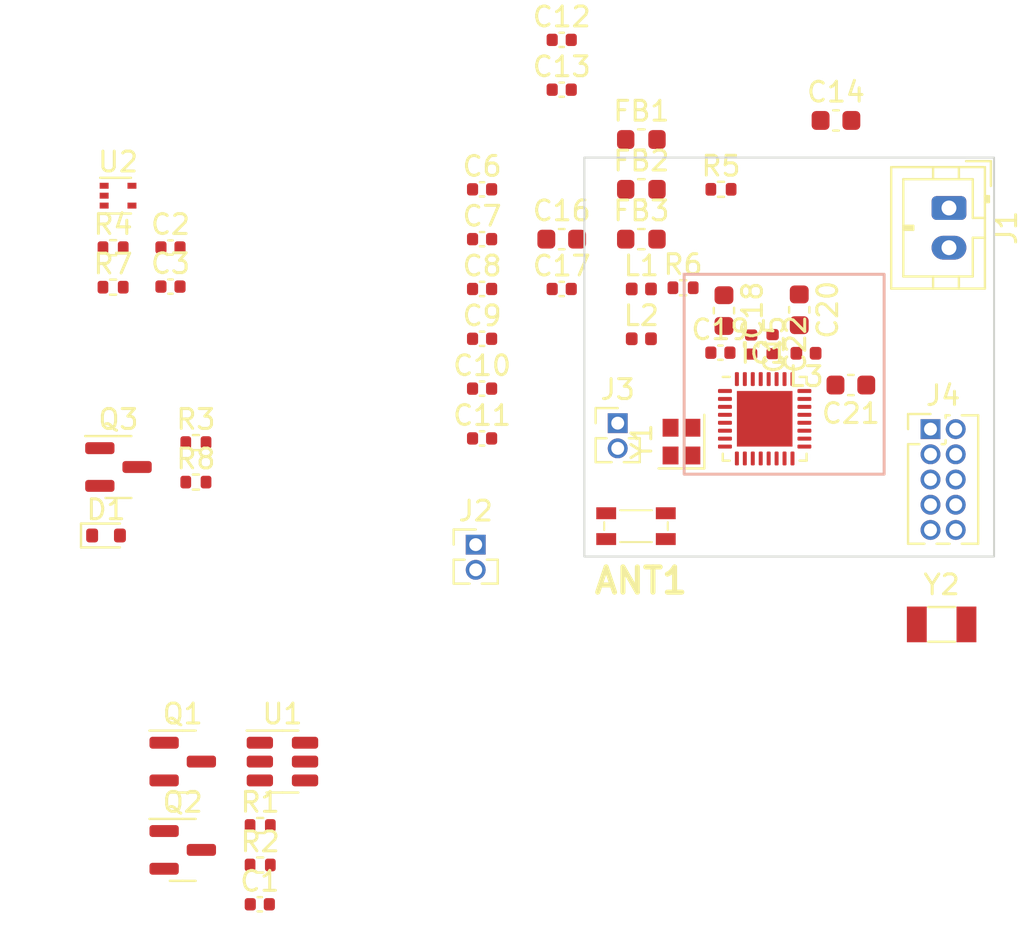
<source format=kicad_pcb>
(kicad_pcb (version 20221018) (generator pcbnew)
  (layers (0 "F.Cu" signal) (31 "B.Cu" signal) (34 "B.Paste" user) (35 "F.Paste" user) (36 "B.SilkS" user "B.Silkscreen") (37 "F.SilkS" user "F.Silkscreen") (38 "B.Mask" user) (39 "F.Mask" user) (44 "Edge.Cuts" user))
  (net 0 "")
  (net 1 "Net-(ANT1-FEED)")
  (net 2 "GND")
  (net 3 "-BATT")
  (net 4 "+BATT")
  (net 5 "Net-(D1-K)")
  (net 6 "+3.3V")
  (net 7 "Net-(IC1B-RF2G4_IO)")
  (net 8 "Net-(C7-Pad2)")
  (net 9 "Net-(C8-Pad2)")
  (net 10 "Net-(IC1B-PAVDD)")
  (net 11 "Net-(IC1B-RFVDD)")
  (net 12 "Net-(IC1A-AVDD)")
  (net 13 "VDC")
  (net 14 "VD")
  (net 15 "Net-(IC1A-DECOUPLE)")
  (net 16 "VPP")
  (net 23 "Net-(IC1B-HFXTAL_I)")
  (net 24 "Net-(IC1B-HFXTAL_O)")
  (net 25 "/~{RST}")
  (net 30 "/SWCLK")
  (net 31 "/SWDIO")
  (net 32 "/USR1")
  (net 33 "/USR2")
  (net 34 "Net-(IC1A-VREGSW)")
  (net 35 "Net-(IC1C-PD01)")
  (net 36 "Net-(IC1C-PD00)")
  (net 37 "/SWO")
  (net 41 "Net-(Q1-G)")
  (net 42 "Net-(Q1-D)")
  (net 43 "Net-(Q2-G)")
  (net 44 "Net-(Q3-D)")
  (net 45 "Net-(U1-VM)")
  (net 46 "Net-(U1-VDD)")
  (net 47 "Net-(U2-CTRL)")
  (footprint "Capacitor_SMD:C_0603_1608Metric" (layer "F.Cu") (at 90.18 70.89)
    (fp_text reference "C16" (at 0 -1.43) (layer "F.SilkS"))
    (fp_text value "10u")
    (fp_line (start -0.14058 -0.51) (end 0.14058 -0.51) (stroke (width 0.12)) (layer "F.SilkS"))
    (fp_line (start -0.14058 0.51) (end 0.14058 0.51) (stroke (width 0.12)) (layer "F.SilkS"))
    (pad "1" smd roundrect (at -0.775 0) (size 0.9 0.95) (layers "F.Cu" "F.Paste" "F.Mask") (net 2 "GND"))
    (pad "2" smd roundrect (at 0.775 0) (size 0.9 0.95) (layers "F.Cu" "F.Paste" "F.Mask") (net 13 "VDC"))
  )
  (footprint "Resistor_SMD:R_0402_1005Metric" (layer "F.Cu") (at 74.9975 100.43)
    (fp_text reference "R1" (at 0 -1.17) (layer "F.SilkS"))
    (fp_text value "2k7")
    (fp_line (start -0.153641 -0.38) (end 0.153641 -0.38) (stroke (width 0.12)) (layer "F.SilkS"))
    (fp_line (start -0.153641 0.38) (end 0.153641 0.38) (stroke (width 0.12)) (layer "F.SilkS"))
    (pad "1" smd roundrect (at -0.51 0) (size 0.54 0.64) (layers "F.Cu" "F.Paste" "F.Mask") (net 45 "Net-(U1-VM)"))
    (pad "2" smd roundrect (at 0.51 0) (size 0.54 0.64) (layers "F.Cu" "F.Paste" "F.Mask") (net 2 "GND"))
  )
  (footprint "Resistor_SMD:R_0402_1005Metric" (layer "F.Cu") (at 74.9975 102.42)
    (fp_text reference "R2" (at 0 -1.17) (layer "F.SilkS"))
    (fp_text value "330R")
    (fp_line (start -0.153641 -0.38) (end 0.153641 -0.38) (stroke (width 0.12)) (layer "F.SilkS"))
    (fp_line (start -0.153641 0.38) (end 0.153641 0.38) (stroke (width 0.12)) (layer "F.SilkS"))
    (pad "1" smd roundrect (at -0.51 0) (size 0.54 0.64) (layers "F.Cu" "F.Paste" "F.Mask") (net 46 "Net-(U1-VDD)"))
    (pad "2" smd roundrect (at 0.51 0) (size 0.54 0.64) (layers "F.Cu" "F.Paste" "F.Mask") (net 4 "+BATT"))
  )
  (footprint "Capacitor_SMD:C_0402_1005Metric" (layer "F.Cu") (at 70.48 71.31)
    (fp_text reference "C2" (at 0 -1.16) (layer "F.SilkS"))
    (fp_text value "0.1u")
    (fp_line (start -0.107836 -0.36) (end 0.107836 -0.36) (stroke (width 0.12)) (layer "F.SilkS"))
    (fp_line (start -0.107836 0.36) (end 0.107836 0.36) (stroke (width 0.12)) (layer "F.SilkS"))
    (pad "1" smd roundrect (at -0.48 0) (size 0.56 0.62) (layers "F.Cu" "F.Paste" "F.Mask") (net 2 "GND"))
    (pad "2" smd roundrect (at 0.48 0) (size 0.56 0.62) (layers "F.Cu" "F.Paste" "F.Mask") (net 5 "Net-(D1-K)"))
  )
  (footprint "Capacitor_SMD:C_0603_1608Metric" (layer "F.Cu") (at 104.74 78.24 180)
    (fp_text reference "C21" (at 0 -1.43) (layer "F.SilkS"))
    (fp_text value "1u")
    (fp_line (start -0.14058 -0.51) (end 0.14058 -0.51) (stroke (width 0.12)) (layer "F.SilkS"))
    (fp_line (start -0.14058 0.51) (end 0.14058 0.51) (stroke (width 0.12)) (layer "F.SilkS"))
    (pad "1" smd roundrect (at -0.775 0 180) (size 0.9 0.95) (layers "F.Cu" "F.Paste" "F.Mask") (net 2 "GND"))
    (pad "2" smd roundrect (at 0.775 0 180) (size 0.9 0.95) (layers "F.Cu" "F.Paste" "F.Mask") (net 15 "Net-(IC1A-DECOUPLE)"))
  )
  (footprint "Connector_PinHeader_1.27mm:PinHeader_2x05_P1.27mm_Vertical" (layer "F.Cu") (at 108.75 80.46)
    (fp_text reference "J4" (at 0.635 -1.695) (layer "F.SilkS"))
    (fp_text value "SWD_PROG")
    (fp_line (start -1.13 -0.76) (end 0 -0.76) (stroke (width 0.12)) (layer "F.SilkS"))
    (fp_line (start -1.13 0) (end -1.13 -0.76) (stroke (width 0.12)) (layer "F.SilkS"))
    (fp_line (start -1.13 0.76) (end -1.13 5.775) (stroke (width 0.12)) (layer "F.SilkS"))
    (fp_line (start -1.13 0.76) (end -0.563471 0.76) (stroke (width 0.12)) (layer "F.SilkS"))
    (fp_line (start -1.13 5.775) (end -0.30753 5.775) (stroke (width 0.12)) (layer "F.SilkS"))
    (fp_line (start 0.30753 5.775) (end 0.96247 5.775) (stroke (width 0.12)) (layer "F.SilkS"))
    (fp_line (start 0.563471 0.76) (end 0.706529 0.76) (stroke (width 0.12)) (layer "F.SilkS"))
    (fp_line (start 0.76 -0.695) (end 0.96247 -0.695) (stroke (width 0.12)) (layer "F.SilkS"))
    (fp_line (start 0.76 -0.563471) (end 0.76 -0.695) (stroke (width 0.12)) (layer "F.SilkS"))
    (fp_line (start 0.76 0.706529) (end 0.76 0.563471) (stroke (width 0.12)) (layer "F.SilkS"))
    (fp_line (start 1.57753 -0.695) (end 2.4 -0.695) (stroke (width 0.12)) (layer "F.SilkS"))
    (fp_line (start 1.57753 5.775) (end 2.4 5.775) (stroke (width 0.12)) (layer "F.SilkS"))
    (fp_line (start 2.4 -0.695) (end 2.4 5.775) (stroke (width 0.12)) (layer "F.SilkS"))
    (pad "1" thru_hole rect (at 0 0) (size 1 1) (drill 0.65) (layers "*.Cu" "*.Mask") (net 6 "+3.3V"))
    (pad "2" thru_hole oval (at 1.27 0) (size 1 1) (drill 0.65) (layers "*.Cu" "*.Mask") (net 31 "/SWDIO"))
    (pad "3" thru_hole oval (at 0 1.27) (size 1 1) (drill 0.65) (layers "*.Cu" "*.Mask") (net 2 "GND"))
    (pad "4" thru_hole oval (at 1.27 1.27) (size 1 1) (drill 0.65) (layers "*.Cu" "*.Mask") (net 30 "/SWCLK"))
    (pad "5" thru_hole oval (at 0 2.54) (size 1 1) (drill 0.65) (layers "*.Cu" "*.Mask") (net 2 "GND"))
    (pad "6" thru_hole oval (at 1.27 2.54) (size 1 1) (drill 0.65) (layers "*.Cu" "*.Mask") (net 37 "/SWO"))
    (pad "7" thru_hole oval (at 0 3.81) (size 1 1) (drill 0.65) (layers "*.Cu" "*.Mask"))
    (pad "8" thru_hole oval (at 1.27 3.81) (size 1 1) (drill 0.65) (layers "*.Cu" "*.Mask"))
    (pad "9" thru_hole oval (at 0 5.08) (size 1 1) (drill 0.65) (layers "*.Cu" "*.Mask"))
    (pad "10" thru_hole oval (at 1.27 5.08) (size 1 1) (drill 0.65) (layers "*.Cu" "*.Mask") (net 25 "/~{RST}"))
  )
  (footprint "Resistor_SMD:R_0402_1005Metric" (layer "F.Cu") (at 67.59 71.32)
    (fp_text reference "R4" (at 0 -1.17) (layer "F.SilkS"))
    (fp_text value "4k7")
    (fp_line (start -0.153641 -0.38) (end 0.153641 -0.38) (stroke (width 0.12)) (layer "F.SilkS"))
    (fp_line (start -0.153641 0.38) (end 0.153641 0.38) (stroke (width 0.12)) (layer "F.SilkS"))
    (pad "1" smd roundrect (at -0.51 0) (size 0.54 0.64) (layers "F.Cu" "F.Paste" "F.Mask") (net 5 "Net-(D1-K)"))
    (pad "2" smd roundrect (at 0.51 0) (size 0.54 0.64) (layers "F.Cu" "F.Paste" "F.Mask") (net 47 "Net-(U2-CTRL)"))
  )
  (footprint "Resistor_SMD:R_0402_1005Metric" (layer "F.Cu") (at 96.29 73.34)
    (fp_text reference "R6" (at 0 -1.17) (layer "F.SilkS"))
    (fp_text value "0R")
    (fp_line (start -0.153641 -0.38) (end 0.153641 -0.38) (stroke (width 0.12)) (layer "F.SilkS"))
    (fp_line (start -0.153641 0.38) (end 0.153641 0.38) (stroke (width 0.12)) (layer "F.SilkS"))
    (pad "1" smd roundrect (at -0.51 0) (size 0.54 0.64) (layers "F.Cu" "F.Paste" "F.Mask") (net 14 "VD"))
    (pad "2" smd roundrect (at 0.51 0) (size 0.54 0.64) (layers "F.Cu" "F.Paste" "F.Mask") (net 13 "VDC"))
  )
  (footprint "Capacitor_SMD:C_0402_1005Metric" (layer "F.Cu") (at 100.8 76.18 -90)
    (fp_text reference "C22" (at 0 -1.16 90) (layer "F.SilkS"))
    (fp_text value "0.1u")
    (fp_line (start -0.107836 -0.36) (end 0.107836 -0.36) (stroke (width 0.12)) (layer "F.SilkS"))
    (fp_line (start -0.107836 0.36) (end 0.107836 0.36) (stroke (width 0.12)) (layer "F.SilkS"))
    (pad "1" smd roundrect (at -0.48 0 270) (size 0.56 0.62) (layers "F.Cu" "F.Paste" "F.Mask") (net 2 "GND"))
    (pad "2" smd roundrect (at 0.48 0 270) (size 0.56 0.62) (layers "F.Cu" "F.Paste" "F.Mask") (net 13 "VDC"))
  )
  (footprint "Capacitor_SMD:C_0402_1005Metric" (layer "F.Cu") (at 90.18 73.4)
    (fp_text reference "C17" (at 0 -1.16) (layer "F.SilkS"))
    (fp_text value "10n")
    (fp_line (start -0.107836 -0.36) (end 0.107836 -0.36) (stroke (width 0.12)) (layer "F.SilkS"))
    (fp_line (start -0.107836 0.36) (end 0.107836 0.36) (stroke (width 0.12)) (layer "F.SilkS"))
    (pad "1" smd roundrect (at -0.48 0) (size 0.56 0.62) (layers "F.Cu" "F.Paste" "F.Mask") (net 2 "GND"))
    (pad "2" smd roundrect (at 0.48 0) (size 0.56 0.62) (layers "F.Cu" "F.Paste" "F.Mask") (net 13 "VDC"))
  )
  (footprint "RF_Antenna:2450AT18D0100E" (layer "F.Cu") (at 93.92 85.35 180)
    (fp_text reference "ANT1" (at -0.25 -2.75) (layer "F.SilkS") (effects (font (size 1.27 1.27) (thickness 0.254))))
    (fp_text value "Antenna_Chip_4P" hide)
    (fp_line (start -1.6 -0.2) (end -1.6 0.2) (stroke (width 0.1)) (layer "F.SilkS"))
    (fp_line (start -0.8 -0.8) (end 0.8 -0.8) (stroke (width 0.1)) (layer "F.SilkS"))
    (fp_line (start -0.8 0.8) (end 0.8 0.8) (stroke (width 0.1)) (layer "F.SilkS"))
    (fp_line (start 1.6 -0.2) (end 1.6 0.2) (stroke (width 0.1)) (layer "F.SilkS"))
    (pad "1" smd rect (at -1.5 0.65 270) (size 0.6 1) (layers "F.Cu" "F.Paste" "F.Mask") (net 1 "Net-(ANT1-FEED)"))
    (pad "2" smd rect (at 1.5 0.65 270) (size 0.6 1) (layers "F.Cu" "F.Paste" "F.Mask") (net 2 "GND"))
    (pad "3" smd rect (at 1.5 -0.65 270) (size 0.6 1) (layers "F.Cu" "F.Paste" "F.Mask") (net 2 "GND"))
    (pad "4" smd rect (at -1.5 -0.65 270) (size 0.6 1) (layers "F.Cu" "F.Paste" "F.Mask") (net 2 "GND"))
  )
  (footprint "Connector_PinHeader_1.27mm:PinHeader_1x02_P1.27mm_Vertical" (layer "F.Cu") (at 85.85 86.28)
    (fp_text reference "J2" (at 0 -1.695) (layer "F.SilkS"))
    (fp_text value "Conn_01x02_Pin")
    (fp_line (start -1.11 -0.76) (end 0 -0.76) (stroke (width 0.12)) (layer "F.SilkS"))
    (fp_line (start -1.11 0) (end -1.11 -0.76) (stroke (width 0.12)) (layer "F.SilkS"))
    (fp_line (start -1.11 0.76) (end -1.11 1.965) (stroke (width 0.12)) (layer "F.SilkS"))
    (fp_line (start -1.11 0.76) (end -0.563471 0.76) (stroke (width 0.12)) (layer "F.SilkS"))
    (fp_line (start -1.11 1.965) (end -0.30753 1.965) (stroke (width 0.12)) (layer "F.SilkS"))
    (fp_line (start 0.30753 1.965) (end 1.11 1.965) (stroke (width 0.12)) (layer "F.SilkS"))
    (fp_line (start 0.563471 0.76) (end 1.11 0.76) (stroke (width 0.12)) (layer "F.SilkS"))
    (fp_line (start 1.11 0.76) (end 1.11 1.965) (stroke (width 0.12)) (layer "F.SilkS"))
    (pad "1" thru_hole rect (at 0 0) (size 1 1) (drill 0.65) (layers "*.Cu" "*.Mask") (net 14 "VD"))
    (pad "2" thru_hole oval (at 0 1.27) (size 1 1) (drill 0.65) (layers "*.Cu" "*.Mask") (net 32 "/USR1"))
  )
  (footprint "Capacitor_SMD:C_0402_1005Metric" (layer "F.Cu") (at 98.17 76.61)
    (fp_text reference "C19" (at 0 -1.16) (layer "F.SilkS"))
    (fp_text value "10n")
    (fp_line (start -0.107836 -0.36) (end 0.107836 -0.36) (stroke (width 0.12)) (layer "F.SilkS"))
    (fp_line (start -0.107836 0.36) (end 0.107836 0.36) (stroke (width 0.12)) (layer "F.SilkS"))
    (pad "1" smd roundrect (at -0.48 0) (size 0.56 0.62) (layers "F.Cu" "F.Paste" "F.Mask") (net 2 "GND"))
    (pad "2" smd roundrect (at 0.48 0) (size 0.56 0.62) (layers "F.Cu" "F.Paste" "F.Mask") (net 14 "VD"))
  )
  (footprint "Package_TO_SOT_SMD:SOT-23" (layer "F.Cu") (at 67.86 82.37)
    (fp_text reference "Q3" (at 0 -2.4) (layer "F.SilkS"))
    (fp_text value "BSS84")
    (fp_line (start 0 -1.56) (end -1.675 -1.56) (stroke (width 0.12)) (layer "F.SilkS"))
    (fp_line (start 0 -1.56) (end 0.65 -1.56) (stroke (width 0.12)) (layer "F.SilkS"))
    (fp_line (start 0 1.56) (end -0.65 1.56) (stroke (width 0.12)) (layer "F.SilkS"))
    (fp_line (start 0 1.56) (end 0.65 1.56) (stroke (width 0.12)) (layer "F.SilkS"))
    (pad "1" smd roundrect (at -0.9375 -0.95) (size 1.475 0.6) (layers "F.Cu" "F.Paste" "F.Mask") (net 16 "VPP"))
    (pad "2" smd roundrect (at -0.9375 0.95) (size 1.475 0.6) (layers "F.Cu" "F.Paste" "F.Mask") (net 5 "Net-(D1-K)"))
    (pad "3" smd roundrect (at 0.9375 0) (size 1.475 0.6) (layers "F.Cu" "F.Paste" "F.Mask") (net 44 "Net-(Q3-D)"))
  )
  (footprint "Package_TO_SOT_SMD:SOT-553" (layer "F.Cu") (at 67.84 68.7)
    (fp_text reference "U2" (at 0 -1.7) (layer "F.SilkS"))
    (fp_text value "TCR2LF33")
    (fp_line (start -0.9 -0.9) (end 0.65 -0.9) (stroke (width 0.12)) (layer "F.SilkS"))
    (fp_line (start 0.65 0.9) (end -0.65 0.9) (stroke (width 0.12)) (layer "F.SilkS"))
    (pad "1" smd rect (at -0.7 -0.5) (size 0.45 0.3) (layers "F.Cu" "F.Paste" "F.Mask") (net 5 "Net-(D1-K)"))
    (pad "2" smd rect (at -0.7 0) (size 0.45 0.3) (layers "F.Cu" "F.Paste" "F.Mask") (net 2 "GND"))
    (pad "3" smd rect (at -0.7 0.5) (size 0.45 0.3) (layers "F.Cu" "F.Paste" "F.Mask") (net 47 "Net-(U2-CTRL)"))
    (pad "4" smd rect (at 0.7 0.5) (size 0.45 0.3) (layers "F.Cu" "F.Paste" "F.Mask"))
    (pad "5" smd rect (at 0.7 -0.5) (size 0.45 0.3) (layers "F.Cu" "F.Paste" "F.Mask") (net 6 "+3.3V"))
  )
  (footprint "Capacitor_SMD:C_0603_1608Metric" (layer "F.Cu") (at 103.99 64.91)
    (fp_text reference "C14" (at 0 -1.43) (layer "F.SilkS"))
    (fp_text value "10u")
    (fp_line (start -0.14058 -0.51) (end 0.14058 -0.51) (stroke (width 0.12)) (layer "F.SilkS"))
    (fp_line (start -0.14058 0.51) (end 0.14058 0.51) (stroke (width 0.12)) (layer "F.SilkS"))
    (pad "1" smd roundrect (at -0.775 0) (size 0.9 0.95) (layers "F.Cu" "F.Paste" "F.Mask") (net 2 "GND"))
    (pad "2" smd roundrect (at 0.775 0) (size 0.9 0.95) (layers "F.Cu" "F.Paste" "F.Mask") (net 12 "Net-(IC1A-AVDD)"))
  )
  (footprint "Crystal:Crystal_SMD_2016-4Pin_2.0x1.6mm" (layer "F.Cu") (at 96.21 81.09 90)
    (fp_text reference "Y1" (at 0 -2 90) (layer "F.SilkS"))
    (fp_text value "38.4MHz")
    (fp_line (start -1.35 -1.15) (end -1.35 1.15) (stroke (width 0.12)) (layer "F.SilkS"))
    (fp_line (start -1.35 1.15) (end 1.35 1.15) (stroke (width 0.12)) (layer "F.SilkS"))
    (pad "1" smd rect (at -0.7 0.55 90) (size 0.9 0.8) (layers "F.Cu" "F.Paste" "F.Mask") (net 24 "Net-(IC1B-HFXTAL_O)"))
    (pad "2" smd rect (at 0.7 0.55 90) (size 0.9 0.8) (layers "F.Cu" "F.Paste" "F.Mask") (net 2 "GND"))
    (pad "3" smd rect (at 0.7 -0.55 90) (size 0.9 0.8) (layers "F.Cu" "F.Paste" "F.Mask") (net 23 "Net-(IC1B-HFXTAL_I)"))
    (pad "4" smd rect (at -0.7 -0.55 90) (size 0.9 0.8) (layers "F.Cu" "F.Paste" "F.Mask") (net 2 "GND"))
  )
  (footprint "Capacitor_SMD:C_0603_1608Metric" (layer "F.Cu") (at 98.35 74.49 -90)
    (fp_text reference "C18" (at 0 -1.43 90) (layer "F.SilkS"))
    (fp_text value "1u")
    (fp_line (start -0.14058 -0.51) (end 0.14058 -0.51) (stroke (width 0.12)) (layer "F.SilkS"))
    (fp_line (start -0.14058 0.51) (end 0.14058 0.51) (stroke (width 0.12)) (layer "F.SilkS"))
    (pad "1" smd roundrect (at -0.775 0 270) (size 0.9 0.95) (layers "F.Cu" "F.Paste" "F.Mask") (net 2 "GND"))
    (pad "2" smd roundrect (at 0.775 0 270) (size 0.9 0.95) (layers "F.Cu" "F.Paste" "F.Mask") (net 14 "VD"))
  )
  (footprint "Diode_SMD:D_SOD-523" (layer "F.Cu") (at 67.235 85.82)
    (fp_text reference "D1" (at 0 -1.3) (layer "F.SilkS"))
    (fp_text value "RB520S30T1G")
    (fp_line (start -1.26 -0.6) (end -1.26 0.6) (stroke (width 0.12)) (layer "F.SilkS"))
    (fp_line (start 0.7 -0.6) (end -1.26 -0.6) (stroke (width 0.12)) (layer "F.SilkS"))
    (fp_line (start 0.7 0.6) (end -1.26 0.6) (stroke (width 0.12)) (layer "F.SilkS"))
    (pad "1" smd roundrect (at -0.7 0 180) (size 0.6 0.7) (layers "F.Cu" "F.Paste" "F.Mask") (net 5 "Net-(D1-K)"))
    (pad "2" smd roundrect (at 0.7 0 180) (size 0.6 0.7) (layers "F.Cu" "F.Paste" "F.Mask") (net 16 "VPP"))
  )
  (footprint "Capacitor_SMD:C_0402_1005Metric" (layer "F.Cu") (at 86.17 80.93)
    (fp_text reference "C11" (at 0 -1.16) (layer "F.SilkS"))
    (fp_text value "0.1u")
    (fp_line (start -0.107836 -0.36) (end 0.107836 -0.36) (stroke (width 0.12)) (layer "F.SilkS"))
    (fp_line (start -0.107836 0.36) (end 0.107836 0.36) (stroke (width 0.12)) (layer "F.SilkS"))
    (pad "1" smd roundrect (at -0.48 0) (size 0.56 0.62) (layers "F.Cu" "F.Paste" "F.Mask") (net 2 "GND"))
    (pad "2" smd roundrect (at 0.48 0) (size 0.56 0.62) (layers "F.Cu" "F.Paste" "F.Mask") (net 10 "Net-(IC1B-PAVDD)"))
  )
  (footprint "Resistor_SMD:R_0402_1005Metric" (layer "F.Cu") (at 71.76 81.14)
    (fp_text reference "R3" (at 0 -1.17) (layer "F.SilkS"))
    (fp_text value "4k7")
    (fp_line (start -0.153641 -0.38) (end 0.153641 -0.38) (stroke (width 0.12)) (layer "F.SilkS"))
    (fp_line (start -0.153641 0.38) (end 0.153641 0.38) (stroke (width 0.12)) (layer "F.SilkS"))
    (pad "1" smd roundrect (at -0.51 0) (size 0.54 0.64) (layers "F.Cu" "F.Paste" "F.Mask") (net 16 "VPP"))
    (pad "2" smd roundrect (at 0.51 0) (size 0.54 0.64) (layers "F.Cu" "F.Paste" "F.Mask") (net 2 "GND"))
  )
  (footprint "Inductor_SMD:L_0402_1005Metric" (layer "F.Cu") (at 94.19 75.91)
    (fp_text reference "L2" (at 0 -1.17) (layer "F.SilkS"))
    (fp_text value "1n5")
    (pad "1" smd roundrect (at -0.485 0) (size 0.59 0.64) (layers "F.Cu" "F.Paste" "F.Mask") (net 9 "Net-(C8-Pad2)"))
    (pad "2" smd roundrect (at 0.485 0) (size 0.59 0.64) (layers "F.Cu" "F.Paste" "F.Mask") (net 1 "Net-(ANT1-FEED)"))
  )
  (footprint "Capacitor_SMD:C_0402_1005Metric" (layer "F.Cu") (at 86.17 70.89)
    (fp_text reference "C7" (at 0 -1.16) (layer "F.SilkS"))
    (fp_text value "1p3")
    (fp_line (start -0.107836 -0.36) (end 0.107836 -0.36) (stroke (width 0.12)) (layer "F.SilkS"))
    (fp_line (start -0.107836 0.36) (end 0.107836 0.36) (stroke (width 0.12)) (layer "F.SilkS"))
    (pad "1" smd roundrect (at -0.48 0) (size 0.56 0.62) (layers "F.Cu" "F.Paste" "F.Mask") (net 2 "GND"))
    (pad "2" smd roundrect (at 0.48 0) (size 0.56 0.62) (layers "F.Cu" "F.Paste" "F.Mask") (net 8 "Net-(C7-Pad2)"))
  )
  (footprint "Inductor_SMD:L_0603_1608Metric" (layer "F.Cu") (at 94.19 65.87)
    (fp_text reference "FB1" (at 0 -1.43) (layer "F.SilkS"))
    (fp_text value "MMZ1608S202ATA00")
    (fp_line (start -0.162779 -0.51) (end 0.162779 -0.51) (stroke (width 0.12)) (layer "F.SilkS"))
    (fp_line (start -0.162779 0.51) (end 0.162779 0.51) (stroke (width 0.12)) (layer "F.SilkS"))
    (pad "1" smd roundrect (at -0.7875 0) (size 0.875 0.95) (layers "F.Cu" "F.Paste" "F.Mask") (net 13 "VDC"))
    (pad "2" smd roundrect (at 0.7875 0) (size 0.875 0.95) (layers "F.Cu" "F.Paste" "F.Mask") (net 10 "Net-(IC1B-PAVDD)"))
  )
  (footprint "Package_TO_SOT_SMD:SOT-23-6" (layer "F.Cu") (at 76.1175 97.21)
    (fp_text reference "U1" (at 0 -2.4) (layer "F.SilkS"))
    (fp_text value "AP9101CK6")
    (fp_line (start 0 -1.56) (end -1.8 -1.56) (stroke (width 0.12)) (layer "F.SilkS"))
    (fp_line (start 0 -1.56) (end 0.8 -1.56) (stroke (width 0.12)) (layer "F.SilkS"))
    (fp_line (start 0 1.56) (end -0.8 1.56) (stroke (width 0.12)) (layer "F.SilkS"))
    (fp_line (start 0 1.56) (end 0.8 1.56) (stroke (width 0.12)) (layer "F.SilkS"))
    (pad "1" smd roundrect (at -1.1375 -0.95) (size 1.325 0.6) (layers "F.Cu" "F.Paste" "F.Mask") (net 41 "Net-(Q1-G)"))
    (pad "2" smd roundrect (at -1.1375 0) (size 1.325 0.6) (layers "F.Cu" "F.Paste" "F.Mask") (net 45 "Net-(U1-VM)"))
    (pad "3" smd roundrect (at -1.1375 0.95) (size 1.325 0.6) (layers "F.Cu" "F.Paste" "F.Mask") (net 43 "Net-(Q2-G)"))
    (pad "4" smd roundrect (at 1.1375 0.95) (size 1.325 0.6) (layers "F.Cu" "F.Paste" "F.Mask"))
    (pad "5" smd roundrect (at 1.1375 0) (size 1.325 0.6) (layers "F.Cu" "F.Paste" "F.Mask") (net 46 "Net-(U1-VDD)"))
    (pad "6" smd roundrect (at 1.1375 -0.95) (size 1.325 0.6) (layers "F.Cu" "F.Paste" "F.Mask") (net 3 "-BATT"))
  )
  (footprint "Capacitor_SMD:C_0402_1005Metric" (layer "F.Cu") (at 86.17 73.4)
    (fp_text reference "C8" (at 0 -1.16) (layer "F.SilkS"))
    (fp_text value "1p5")
    (fp_line (start -0.107836 -0.36) (end 0.107836 -0.36) (stroke (width 0.12)) (layer "F.SilkS"))
    (fp_line (start -0.107836 0.36) (end 0.107836 0.36) (stroke (width 0.12)) (layer "F.SilkS"))
    (pad "1" smd roundrect (at -0.48 0) (size 0.56 0.62) (layers "F.Cu" "F.Paste" "F.Mask") (net 2 "GND"))
    (pad "2" smd roundrect (at 0.48 0) (size 0.56 0.62) (layers "F.Cu" "F.Paste" "F.Mask") (net 9 "Net-(C8-Pad2)"))
  )
  (footprint "Capacitor_SMD:C_0603_1608Metric" (layer "F.Cu") (at 102.14 74.45 -90)
    (fp_text reference "C20" (at 0 -1.43 90) (layer "F.SilkS"))
    (fp_text value "10u")
    (fp_line (start -0.14058 -0.51) (end 0.14058 -0.51) (stroke (width 0.12)) (layer "F.SilkS"))
    (fp_line (start -0.14058 0.51) (end 0.14058 0.51) (stroke (width 0.12)) (layer "F.SilkS"))
    (pad "1" smd roundrect (at -0.775 0 270) (size 0.9 0.95) (layers "F.Cu" "F.Paste" "F.Mask") (net 2 "GND"))
    (pad "2" smd roundrect (at 0.775 0 270) (size 0.9 0.95) (layers "F.Cu" "F.Paste" "F.Mask") (net 13 "VDC"))
  )
  (footprint "Capacitor_SMD:C_0402_1005Metric" (layer "F.Cu") (at 99.72 76.2 -90)
    (fp_text reference "C15" (at 0 -1.16 90) (layer "F.SilkS"))
    (fp_text value "10n")
    (fp_line (start -0.107836 -0.36) (end 0.107836 -0.36) (stroke (width 0.12)) (layer "F.SilkS"))
    (fp_line (start -0.107836 0.36) (end 0.107836 0.36) (stroke (width 0.12)) (layer "F.SilkS"))
    (pad "1" smd roundrect (at -0.48 0 270) (size 0.56 0.62) (layers "F.Cu" "F.Paste" "F.Mask") (net 2 "GND"))
    (pad "2" smd roundrect (at 0.48 0 270) (size 0.56 0.62) (layers "F.Cu" "F.Paste" "F.Mask") (net 12 "Net-(IC1A-AVDD)"))
  )
  (footprint "Capacitor_SMD:C_0402_1005Metric" (layer "F.Cu") (at 74.9775 104.4)
    (fp_text reference "C1" (at 0 -1.16) (layer "F.SilkS"))
    (fp_text value "0.1u")
    (fp_line (start -0.107836 -0.36) (end 0.107836 -0.36) (stroke (width 0.12)) (layer "F.SilkS"))
    (fp_line (start -0.107836 0.36) (end 0.107836 0.36) (stroke (width 0.12)) (layer "F.SilkS"))
    (pad "1" smd roundrect (at -0.48 0) (size 0.56 0.62) (layers "F.Cu" "F.Paste" "F.Mask") (net 3 "-BATT"))
    (pad "2" smd roundrect (at 0.48 0) (size 0.56 0.62) (layers "F.Cu" "F.Paste" "F.Mask") (net 4 "+BATT"))
  )
  (footprint "Capacitor_SMD:C_0402_1005Metric" (layer "F.Cu") (at 86.17 78.42)
    (fp_text reference "C10" (at 0 -1.16) (layer "F.SilkS"))
    (fp_text value "120p")
    (fp_line (start -0.107836 -0.36) (end 0.107836 -0.36) (stroke (width 0.12)) (layer "F.SilkS"))
    (fp_line (start -0.107836 0.36) (end 0.107836 0.36) (stroke (width 0.12)) (layer "F.SilkS"))
    (pad "1" smd roundrect (at -0.48 0) (size 0.56 0.62) (layers "F.Cu" "F.Paste" "F.Mask") (net 2 "GND"))
    (pad "2" smd roundrect (at 0.48 0) (size 0.56 0.62) (layers "F.Cu" "F.Paste" "F.Mask") (net 10 "Net-(IC1B-PAVDD)"))
  )
  (footprint "Resistor_SMD:R_0402_1005Metric" (layer "F.Cu") (at 98.2 68.38)
    (fp_text reference "R5" (at 0 -1.17) (layer "F.SilkS"))
    (fp_text value "0R")
    (fp_line (start -0.153641 -0.38) (end 0.153641 -0.38) (stroke (width 0.12)) (layer "F.SilkS"))
    (fp_line (start -0.153641 0.38) (end 0.153641 0.38) (stroke (width 0.12)) (layer "F.SilkS"))
    (pad "1" smd roundrect (at -0.51 0) (size 0.54 0.64) (layers "F.Cu" "F.Paste" "F.Mask") (net 6 "+3.3V"))
    (pad "2" smd roundrect (at 0.51 0) (size 0.54 0.64) (layers "F.Cu" "F.Paste" "F.Mask") (net 14 "VD"))
  )
  (footprint "Resistor_SMD:R_0402_1005Metric" (layer "F.Cu") (at 71.76 83.13)
    (fp_text reference "R8" (at 0 -1.17) (layer "F.SilkS"))
    (fp_text value "0R")
    (fp_line (start -0.153641 -0.38) (end 0.153641 -0.38) (stroke (width 0.12)) (layer "F.SilkS"))
    (fp_line (start -0.153641 0.38) (end 0.153641 0.38) (stroke (width 0.12)) (layer "F.SilkS"))
    (pad "1" smd roundrect (at -0.51 0) (size 0.54 0.64) (layers "F.Cu" "F.Paste" "F.Mask") (net 4 "+BATT"))
    (pad "2" smd roundrect (at 0.51 0) (size 0.54 0.64) (layers "F.Cu" "F.Paste" "F.Mask") (net 44 "Net-(Q3-D)"))
  )
  (footprint "Inductor_SMD:L_0402_1005Metric" (layer "F.Cu") (at 102.48 76.64 180)
    (fp_text reference "L3" (at 0 -1.17) (layer "F.SilkS"))
    (fp_text value "2u2")
    (pad "1" smd roundrect (at -0.485 0 180) (size 0.59 0.64) (layers "F.Cu" "F.Paste" "F.Mask") (net 34 "Net-(IC1A-VREGSW)"))
    (pad "2" smd roundrect (at 0.485 0 180) (size 0.59 0.64) (layers "F.Cu" "F.Paste" "F.Mask") (net 13 "VDC"))
  )
  (footprint "Inductor_SMD:L_0603_1608Metric" (layer "F.Cu") (at 94.19 68.38)
    (fp_text reference "FB2" (at 0 -1.43) (layer "F.SilkS"))
    (fp_text value "MMZ1608S202ATA00")
    (fp_line (start -0.162779 -0.51) (end 0.162779 -0.51) (stroke (width 0.12)) (layer "F.SilkS"))
    (fp_line (start -0.162779 0.51) (end 0.162779 0.51) (stroke (width 0.12)) (layer "F.SilkS"))
    (pad "1" smd roundrect (at -0.7875 0) (size 0.875 0.95) (layers "F.Cu" "F.Paste" "F.Mask") (net 13 "VDC"))
    (pad "2" smd roundrect (at 0.7875 0) (size 0.875 0.95) (layers "F.Cu" "F.Paste" "F.Mask") (net 11 "Net-(IC1B-RFVDD)"))
  )
  (footprint "Inductor_SMD:L_0603_1608Metric" (layer "F.Cu") (at 94.19 70.89)
    (fp_text reference "FB3" (at 0 -1.43) (layer "F.SilkS"))
    (fp_text value "MMZ1608S202ATA00")
    (fp_line (start -0.162779 -0.51) (end 0.162779 -0.51) (stroke (width 0.12)) (layer "F.SilkS"))
    (fp_line (start -0.162779 0.51) (end 0.162779 0.51) (stroke (width 0.12)) (layer "F.SilkS"))
    (pad "1" smd roundrect (at -0.7875 0) (size 0.875 0.95) (layers "F.Cu" "F.Paste" "F.Mask") (net 14 "VD"))
    (pad "2" smd roundrect (at 0.7875 0) (size 0.875 0.95) (layers "F.Cu" "F.Paste" "F.Mask") (net 12 "Net-(IC1A-AVDD)"))
  )
  (footprint "Capacitor_SMD:C_0402_1005Metric" (layer "F.Cu") (at 86.17 68.38)
    (fp_text reference "C6" (at 0 -1.16) (layer "F.SilkS"))
    (fp_text value "1p2")
    (fp_line (start -0.107836 -0.36) (end 0.107836 -0.36) (stroke (width 0.12)) (layer "F.SilkS"))
    (fp_line (start -0.107836 0.36) (end 0.107836 0.36) (stroke (width 0.12)) (layer "F.SilkS"))
    (pad "1" smd roundrect (at -0.48 0) (size 0.56 0.62) (layers "F.Cu" "F.Paste" "F.Mask") (net 2 "GND"))
    (pad "2" smd roundrect (at 0.48 0) (size 0.56 0.62) (layers "F.Cu" "F.Paste" "F.Mask") (net 7 "Net-(IC1B-RF2G4_IO)"))
  )
  (footprint "Crystal:Crystal_SMD_3215-2Pin_3.2x1.5mm" (layer "F.Cu") (at 109.31 90.3)
    (fp_text reference "Y2" (at 0 -2) (layer "F.SilkS"))
    (fp_text value "Crystal")
    (fp_line (start -0.675 -0.875) (end 0.675 -0.875) (stroke (width 0.12)) (layer "F.SilkS"))
    (fp_line (start -0.675 0.875) (end 0.675 0.875) (stroke (width 0.12)) (layer "F.SilkS"))
    (pad "1" smd rect (at 1.25 0) (size 1 1.8) (layers "F.Cu" "F.Paste" "F.Mask") (net 36 "Net-(IC1C-PD00)"))
    (pad "2" smd rect (at -1.25 0) (size 1 1.8) (layers "F.Cu" "F.Paste" "F.Mask") (net 35 "Net-(IC1C-PD01)"))
  )
  (footprint "Package_TO_SOT_SMD:SOT-23" (layer "F.Cu") (at 71.0975 101.66)
    (fp_text reference "Q2" (at 0 -2.4) (layer "F.SilkS"))
    (fp_text value "2N7002")
    (fp_line (start 0 -1.56) (end -1.675 -1.56) (stroke (width 0.12)) (layer "F.SilkS"))
    (fp_line (start 0 -1.56) (end 0.65 -1.56) (stroke (width 0.12)) (layer "F.SilkS"))
    (fp_line (start 0 1.56) (end -0.65 1.56) (stroke (width 0.12)) (layer "F.SilkS"))
    (fp_line (start 0 1.56) (end 0.65 1.56) (stroke (width 0.12)) (layer "F.SilkS"))
    (pad "1" smd roundrect (at -0.9375 -0.95) (size 1.475 0.6) (layers "F.Cu" "F.Paste" "F.Mask") (net 43 "Net-(Q2-G)"))
    (pad "2" smd roundrect (at -0.9375 0.95) (size 1.475 0.6) (layers "F.Cu" "F.Paste" "F.Mask") (net 2 "GND"))
    (pad "3" smd roundrect (at 0.9375 0) (size 1.475 0.6) (layers "F.Cu" "F.Paste" "F.Mask") (net 42 "Net-(Q1-D)"))
  )
  (footprint "Inductor_SMD:L_0402_1005Metric" (layer "F.Cu") (at 94.19 73.4)
    (fp_text reference "L1" (at 0 -1.17) (layer "F.SilkS"))
    (fp_text value "2n6")
    (pad "1" smd roundrect (at -0.485 0) (size 0.59 0.64) (layers "F.Cu" "F.Paste" "F.Mask") (net 7 "Net-(IC1B-RF2G4_IO)"))
    (pad "2" smd roundrect (at 0.485 0) (size 0.59 0.64) (layers "F.Cu" "F.Paste" "F.Mask") (net 8 "Net-(C7-Pad2)"))
  )
  (footprint "Package_TO_SOT_SMD:SOT-23" (layer "F.Cu") (at 71.0975 97.21)
    (fp_text reference "Q1" (at 0 -2.4) (layer "F.SilkS"))
    (fp_text value "2N7002")
    (fp_line (start 0 -1.56) (end -1.675 -1.56) (stroke (width 0.12)) (layer "F.SilkS"))
    (fp_line (start 0 -1.56) (end 0.65 -1.56) (stroke (width 0.12)) (layer "F.SilkS"))
    (fp_line (start 0 1.56) (end -0.65 1.56) (stroke (width 0.12)) (layer "F.SilkS"))
    (fp_line (start 0 1.56) (end 0.65 1.56) (stroke (width 0.12)) (layer "F.SilkS"))
    (pad "1" smd roundrect (at -0.9375 -0.95) (size 1.475 0.6) (layers "F.Cu" "F.Paste" "F.Mask") (net 41 "Net-(Q1-G)"))
    (pad "2" smd roundrect (at -0.9375 0.95) (size 1.475 0.6) (layers "F.Cu" "F.Paste" "F.Mask") (net 3 "-BATT"))
    (pad "3" smd roundrect (at 0.9375 0) (size 1.475 0.6) (layers "F.Cu" "F.Paste" "F.Mask") (net 42 "Net-(Q1-D)"))
  )
  (footprint "Package_DFN_QFN:QFN-32-1EP_4x4mm_P0.4mm_EP2.8x2.8mm" (layer "F.Cu") (at 100.4 79.94)
    (fp_text reference "IC1" (at 0 -3.3) (layer "F.SilkS"))
    (fp_text value "EFR32BG22C112F352GM32-CR")
    (fp_line (start -2.11 2.11) (end -2.11 1.76) (stroke (width 0.12)) (layer "F.SilkS"))
    (fp_line (start -1.76 -2.11) (end -2.11 -2.11) (stroke (width 0.12)) (layer "F.SilkS"))
    (fp_line (start -1.76 2.11) (end -2.11 2.11) (stroke (width 0.12)) (layer "F.SilkS"))
    (fp_line (start 1.76 -2.11) (end 2.11 -2.11) (stroke (width 0.12)) (layer "F.SilkS"))
    (fp_line (start 1.76 2.11) (end 2.11 2.11) (stroke (width 0.12)) (layer "F.SilkS"))
    (fp_line (start 2.11 -2.11) (end 2.11 -1.76) (stroke (width 0.12)) (layer "F.SilkS"))
    (fp_line (start 2.11 2.11) (end 2.11 1.76) (stroke (width 0.12)) (layer "F.SilkS"))
    (pad "1" smd roundrect (at -2 -1.4) (size 0.7 0.2) (layers "F.Cu" "F.Paste" "F.Mask"))
    (pad "2" smd roundrect (at -2 -1) (size 0.7 0.2) (layers "F.Cu" "F.Paste" "F.Mask"))
    (pad "3" smd roundrect (at -2 -0.6) (size 0.7 0.2) (layers "F.Cu" "F.Paste" "F.Mask"))
    (pad "4" smd roundrect (at -2 -0.2) (size 0.7 0.2) (layers "F.Cu" "F.Paste" "F.Mask"))
    (pad "5" smd roundrect (at -2 0.2) (size 0.7 0.2) (layers "F.Cu" "F.Paste" "F.Mask"))
    (pad "6" smd roundrect (at -2 0.6) (size 0.7 0.2) (layers "F.Cu" "F.Paste" "F.Mask"))
    (pad "7" smd roundrect (at -2 1) (size 0.7 0.2) (layers "F.Cu" "F.Paste" "F.Mask") (net 23 "Net-(IC1B-HFXTAL_I)"))
    (pad "8" smd roundrect (at -2 1.4) (size 0.7 0.2) (layers "F.Cu" "F.Paste" "F.Mask") (net 24 "Net-(IC1B-HFXTAL_O)"))
    (pad "9" smd roundrect (at -1.4 2) (size 0.2 0.7) (layers "F.Cu" "F.Paste" "F.Mask") (net 25 "/~{RST}"))
    (pad "10" smd roundrect (at -1 2) (size 0.2 0.7) (layers "F.Cu" "F.Paste" "F.Mask") (net 11 "Net-(IC1B-RFVDD)"))
    (pad "11" smd roundrect (at -0.6 2) (size 0.2 0.7) (layers "F.Cu" "F.Paste" "F.Mask") (net 2 "GND"))
    (pad "12" smd roundrect (at -0.2 2) (size 0.2 0.7) (layers "F.Cu" "F.Paste" "F.Mask") (net 7 "Net-(IC1B-RF2G4_IO)"))
    (pad "13" smd roundrect (at 0.2 2) (size 0.2 0.7) (layers "F.Cu" "F.Paste" "F.Mask") (net 10 "Net-(IC1B-PAVDD)"))
    (pad "14" smd roundrect (at 0.6 2) (size 0.2 0.7) (layers "F.Cu" "F.Paste" "F.Mask"))
    (pad "15" smd roundrect (at 1 2) (size 0.2 0.7) (layers "F.Cu" "F.Paste" "F.Mask"))
    (pad "16" smd roundrect (at 1.4 2) (size 0.2 0.7) (layers "F.Cu" "F.Paste" "F.Mask"))
    (pad "17" smd roundrect (at 2 1.4) (size 0.7 0.2) (layers "F.Cu" "F.Paste" "F.Mask"))
    (pad "18" smd roundrect (at 2 1) (size 0.7 0.2) (layers "F.Cu" "F.Paste" "F.Mask") (net 30 "/SWCLK"))
    (pad "19" smd roundrect (at 2 0.6) (size 0.7 0.2) (layers "F.Cu" "F.Paste" "F.Mask") (net 31 "/SWDIO"))
    (pad "20" smd roundrect (at 2 0.2) (size 0.7 0.2) (layers "F.Cu" "F.Paste" "F.Mask") (net 31 "/SWDIO"))
    (pad "21" smd roundrect (at 2 -0.2) (size 0.7 0.2) (layers "F.Cu" "F.Paste" "F.Mask") (net 32 "/USR1"))
    (pad "22" smd roundrect (at 2 -0.6) (size 0.7 0.2) (layers "F.Cu" "F.Paste" "F.Mask") (net 4 "+BATT"))
    (pad "23" smd roundrect (at 2 -1) (size 0.7 0.2) (layers "F.Cu" "F.Paste" "F.Mask") (net 33 "/USR2"))
    (pad "24" smd roundrect (at 2 -1.4) (size 0.7 0.2) (layers "F.Cu" "F.Paste" "F.Mask") (net 15 "Net-(IC1A-DECOUPLE)"))
    (pad "25" smd roundrect (at 1.4 -2) (size 0.2 0.7) (layers "F.Cu" "F.Paste" "F.Mask") (net 34 "Net-(IC1A-VREGSW)"))
    (pad "26" smd roundrect (at 1 -2) (size 0.2 0.7) (layers "F.Cu" "F.Paste" "F.Mask") (net 13 "VDC"))
    (pad "27" smd roundrect (at 0.6 -2) (size 0.2 0.7) (layers "F.Cu" "F.Paste" "F.Mask") (net 2 "GND"))
    (pad "28" smd roundrect (at 0.2 -2) (size 0.2 0.7) (layers "F.Cu" "F.Paste" "F.Mask") (net 13 "VDC"))
    (pad "29" smd roundrect (at -0.2 -2) (size 0.2 0.7) (layers "F.Cu" "F.Paste" "F.Mask") (net 12 "Net-(IC1A-AVDD)"))
    (pad "30" smd roundrect (at -0.6 -2) (size 0.2 0.7) (layers "F.Cu" "F.Paste" "F.Mask") (net 14 "VD"))
    (pad "31" smd roundrect (at -1 -2) (size 0.2 0.7) (layers "F.Cu" "F.Paste" "F.Mask") (net 35 "Net-(IC1C-PD01)"))
    (pad "32" smd roundrect (at -1.4 -2) (size 0.2 0.7) (layers "F.Cu" "F.Paste" "F.Mask") (net 36 "Net-(IC1C-PD00)"))
    (pad "33" smd rect (at 0 0) (size 2.8 2.8) (layers "F.Cu" "F.Mask") (net 2 "GND"))
  )
  (footprint "Resistor_SMD:R_0402_1005Metric" (layer "F.Cu") (at 67.59 73.31)
    (fp_text reference "R7" (at 0 -1.17) (layer "F.SilkS"))
    (fp_text value "0R")
    (fp_line (start -0.153641 -0.38) (end 0.153641 -0.38) (stroke (width 0.12)) (layer "F.SilkS"))
    (fp_line (start -0.153641 0.38) (end 0.153641 0.38) (stroke (width 0.12)) (layer "F.SilkS"))
    (pad "1" smd roundrect (at -0.51 0) (size 0.54 0.64) (layers "F.Cu" "F.Paste" "F.Mask") (net 5 "Net-(D1-K)"))
    (pad "2" smd roundrect (at 0.51 0) (size 0.54 0.64) (layers "F.Cu" "F.Paste" "F.Mask") (net 6 "+3.3V"))
  )
  (footprint "Connector_PinHeader_1.27mm:PinHeader_1x02_P1.27mm_Vertical" (layer "F.Cu") (at 93 80.16)
    (fp_text reference "J3" (at 0 -1.695) (layer "F.SilkS"))
    (fp_text value "Conn_01x02_Pin")
    (fp_line (start -1.11 -0.76) (end 0 -0.76) (stroke (width 0.12)) (layer "F.SilkS"))
    (fp_line (start -1.11 0) (end -1.11 -0.76) (stroke (width 0.12)) (layer "F.SilkS"))
    (fp_line (start -1.11 0.76) (end -1.11 1.965) (stroke (width 0.12)) (layer "F.SilkS"))
    (fp_line (start -1.11 0.76) (end -0.563471 0.76) (stroke (width 0.12)) (layer "F.SilkS"))
    (fp_line (start -1.11 1.965) (end -0.30753 1.965) (stroke (width 0.12)) (layer "F.SilkS"))
    (fp_line (start 0.30753 1.965) (end 1.11 1.965) (stroke (width 0.12)) (layer "F.SilkS"))
    (fp_line (start 0.563471 0.76) (end 1.11 0.76) (stroke (width 0.12)) (layer "F.SilkS"))
    (fp_line (start 1.11 0.76) (end 1.11 1.965) (stroke (width 0.12)) (layer "F.SilkS"))
    (pad "1" thru_hole rect (at 0 0) (size 1 1) (drill 0.65) (layers "*.Cu" "*.Mask") (net 14 "VD"))
    (pad "2" thru_hole oval (at 0 1.27) (size 1 1) (drill 0.65) (layers "*.Cu" "*.Mask") (net 33 "/USR2"))
  )
  (footprint "Capacitor_SMD:C_0402_1005Metric" (layer "F.Cu") (at 90.18 63.36)
    (fp_text reference "C13" (at 0 -1.16) (layer "F.SilkS"))
    (fp_text value "120p")
    (fp_line (start -0.107836 -0.36) (end 0.107836 -0.36) (stroke (width 0.12)) (layer "F.SilkS"))
    (fp_line (start -0.107836 0.36) (end 0.107836 0.36) (stroke (width 0.12)) (layer "F.SilkS"))
    (pad "1" smd roundrect (at -0.48 0) (size 0.56 0.62) (layers "F.Cu" "F.Paste" "F.Mask") (net 2 "GND"))
    (pad "2" smd roundrect (at 0.48 0) (size 0.56 0.62) (layers "F.Cu" "F.Paste" "F.Mask") (net 11 "Net-(IC1B-RFVDD)"))
  )
  (footprint "Connector_JST:JST_PH_B2B-PH-K_1x02_P2.00mm_Vertical" (layer "F.Cu") (at 109.68 69.32 -90)
    (fp_text reference "J1" (at 1 -2.9 90) (layer "F.SilkS"))
    (fp_text value "B2B-PH")
    (fp_line (start -2.36 -2.11) (end -2.36 -0.86) (stroke (width 0.12)) (layer "F.SilkS"))
    (fp_line (start -2.06 -1.81) (end -2.06 2.91) (stroke (width 0.12)) (layer "F.SilkS"))
    (fp_line (start -2.06 -0.5) (end -1.45 -0.5) (stroke (width 0.12)) (layer "F.SilkS"))
    (fp_line (start -2.06 0.8) (end -1.45 0.8) (stroke (width 0.12)) (layer "F.SilkS"))
    (fp_line (start -2.06 2.91) (end 4.06 2.91) (stroke (width 0.12)) (layer "F.SilkS"))
    (fp_line (start -1.45 -1.2) (end -1.45 2.3) (stroke (width 0.12)) (layer "F.SilkS"))
    (fp_line (start -1.45 2.3) (end 3.45 2.3) (stroke (width 0.12)) (layer "F.SilkS"))
    (fp_line (start -1.11 -2.11) (end -2.36 -2.11) (stroke (width 0.12)) (layer "F.SilkS"))
    (fp_line (start -0.6 -2.01) (end -0.6 -1.81) (stroke (width 0.12)) (layer "F.SilkS"))
    (fp_line (start -0.3 -2.01) (end -0.6 -2.01) (stroke (width 0.12)) (layer "F.SilkS"))
    (fp_line (start -0.3 -1.91) (end -0.6 -1.91) (stroke (width 0.12)) (layer "F.SilkS"))
    (fp_line (start -0.3 -1.81) (end -0.3 -2.01) (stroke (width 0.12)) (layer "F.SilkS"))
    (fp_line (start 0.5 -1.81) (end 0.5 -1.2) (stroke (width 0.12)) (layer "F.SilkS"))
    (fp_line (start 0.5 -1.2) (end -1.45 -1.2) (stroke (width 0.12)) (layer "F.SilkS"))
    (fp_line (start 0.9 1.8) (end 1.1 1.8) (stroke (width 0.12)) (layer "F.SilkS"))
    (fp_line (start 0.9 2.3) (end 0.9 1.8) (stroke (width 0.12)) (layer "F.SilkS"))
    (fp_line (start 1 2.3) (end 1 1.8) (stroke (width 0.12)) (layer "F.SilkS"))
    (fp_line (start 1.1 1.8) (end 1.1 2.3) (stroke (width 0.12)) (layer "F.SilkS"))
    (fp_line (start 1.5 -1.2) (end 1.5 -1.81) (stroke (width 0.12)) (layer "F.SilkS"))
    (fp_line (start 3.45 -1.2) (end 1.5 -1.2) (stroke (width 0.12)) (layer "F.SilkS"))
    (fp_line (start 3.45 2.3) (end 3.45 -1.2) (stroke (width 0.12)) (layer "F.SilkS"))
    (fp_line (start 4.06 -1.81) (end -2.06 -1.81) (stroke (width 0.12)) (layer "F.SilkS"))
    (fp_line (start 4.06 -0.5) (end 3.45 -0.5) (stroke (width 0.12)) (layer "F.SilkS"))
    (fp_line (start 4.06 0.8) (end 3.45 0.8) (stroke (width 0.12)) (layer "F.SilkS"))
    (fp_line (start 4.06 2.91) (end 4.06 -1.81) (stroke (width 0.12)) (layer "F.SilkS"))
    (pad "1" thru_hole roundrect (at 0 0 270) (size 1.2 1.75) (drill 0.75) (layers "*.Cu" "*.Mask") (roundrect_rratio 0.208333) (net 16 "VPP"))
    (pad "2" thru_hole oval (at 2 0 270) (size 1.2 1.75) (drill 0.75) (layers "*.Cu" "*.Mask") (net 2 "GND"))
  )
  (footprint "Capacitor_SMD:C_0402_1005Metric" (layer "F.Cu") (at 90.18 60.85)
    (fp_text reference "C12" (at 0 -1.16) (layer "F.SilkS"))
    (fp_text value "0.1u")
    (fp_line (start -0.107836 -0.36) (end 0.107836 -0.36) (stroke (width 0.12)) (layer "F.SilkS"))
    (fp_line (start -0.107836 0.36) (end 0.107836 0.36) (stroke (width 0.12)) (layer "F.SilkS"))
    (pad "1" smd roundrect (at -0.48 0) (size 0.56 0.62) (layers "F.Cu" "F.Paste" "F.Mask") (net 2 "GND"))
    (pad "2" smd roundrect (at 0.48 0) (size 0.56 0.62) (layers "F.Cu" "F.Paste" "F.Mask") (net 11 "Net-(IC1B-RFVDD)"))
  )
  (footprint "Capacitor_SMD:C_0402_1005Metric" (layer "F.Cu") (at 86.17 75.91)
    (fp_text reference "C9" (at 0 -1.16) (layer "F.SilkS"))
    (fp_text value "18p")
    (fp_line (start -0.107836 -0.36) (end 0.107836 -0.36) (stroke (width 0.12)) (layer "F.SilkS"))
    (fp_line (start -0.107836 0.36) (end 0.107836 0.36) (stroke (width 0.12)) (layer "F.SilkS"))
    (pad "1" smd roundrect (at -0.48 0) (size 0.56 0.62) (layers "F.Cu" "F.Paste" "F.Mask") (net 9 "Net-(C8-Pad2)"))
    (pad "2" smd roundrect (at 0.48 0) (size 0.56 0.62) (layers "F.Cu" "F.Paste" "F.Mask") (net 8 "Net-(C7-Pad2)"))
  )
  (footprint "Capacitor_SMD:C_0402_1005Metric" (layer "F.Cu") (at 70.48 73.28)
    (fp_text reference "C3" (at 0 -1.16) (layer "F.SilkS"))
    (fp_text value "0.1u")
    (fp_line (start -0.107836 -0.36) (end 0.107836 -0.36) (stroke (width 0.12)) (layer "F.SilkS"))
    (fp_line (start -0.107836 0.36) (end 0.107836 0.36) (stroke (width 0.12)) (layer "F.SilkS"))
    (pad "1" smd roundrect (at -0.48 0) (size 0.56 0.62) (layers "F.Cu" "F.Paste" "F.Mask") (net 2 "GND"))
    (pad "2" smd roundrect (at 0.48 0) (size 0.56 0.62) (layers "F.Cu" "F.Paste" "F.Mask") (net 6 "+3.3V"))
  )
  (gr_rect (start 96.345 72.66) (end 106.415 82.73) (stroke (width 0.15)) (fill none) (layer "B.SilkS"))
  (gr_rect (start 91.32 66.78) (end 111.95 86.88) (stroke (width 0.1)) (fill none) (layer "Edge.Cuts"))
)
</source>
